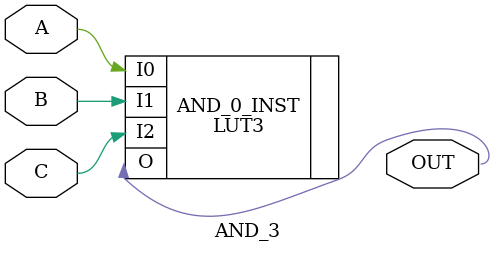
<source format=sv>
module AND_3(A, B, C, OUT);

input logic A, B, C;
output logic OUT;

LUT3 #(.INIT(8'h80)) AND_0_INST( .I0(A), .I1(B), .I2(C), .O(OUT));

endmodule
</source>
